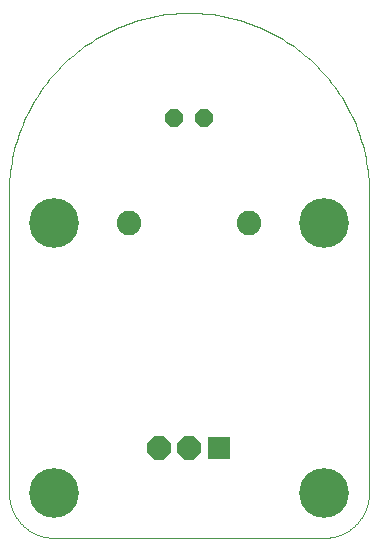
<source format=gbs>
G75*
%MOIN*%
%OFA0B0*%
%FSLAX25Y25*%
%IPPOS*%
%LPD*%
%AMOC8*
5,1,8,0,0,1.08239X$1,22.5*
%
%ADD10OC8,0.06000*%
%ADD11C,0.08200*%
%ADD12C,0.16611*%
%ADD13C,0.00000*%
%ADD14OC8,0.07800*%
%ADD15R,0.07800X0.07800*%
D10*
X0056500Y0141500D03*
X0066500Y0141500D03*
D11*
X0081500Y0106500D03*
X0041500Y0106500D03*
D12*
X0016500Y0106500D03*
X0016500Y0016500D03*
X0106500Y0016500D03*
X0106500Y0106500D03*
D13*
X0001500Y0116500D02*
X0001500Y0016500D01*
X0001504Y0016138D01*
X0001518Y0015775D01*
X0001539Y0015413D01*
X0001570Y0015052D01*
X0001609Y0014692D01*
X0001657Y0014333D01*
X0001714Y0013975D01*
X0001779Y0013618D01*
X0001853Y0013263D01*
X0001936Y0012910D01*
X0002027Y0012559D01*
X0002126Y0012211D01*
X0002234Y0011865D01*
X0002350Y0011521D01*
X0002475Y0011181D01*
X0002607Y0010844D01*
X0002748Y0010510D01*
X0002897Y0010179D01*
X0003054Y0009852D01*
X0003218Y0009529D01*
X0003390Y0009210D01*
X0003570Y0008896D01*
X0003758Y0008585D01*
X0003953Y0008280D01*
X0004155Y0007979D01*
X0004365Y0007683D01*
X0004581Y0007393D01*
X0004805Y0007107D01*
X0005035Y0006827D01*
X0005272Y0006553D01*
X0005516Y0006285D01*
X0005766Y0006022D01*
X0006022Y0005766D01*
X0006285Y0005516D01*
X0006553Y0005272D01*
X0006827Y0005035D01*
X0007107Y0004805D01*
X0007393Y0004581D01*
X0007683Y0004365D01*
X0007979Y0004155D01*
X0008280Y0003953D01*
X0008585Y0003758D01*
X0008896Y0003570D01*
X0009210Y0003390D01*
X0009529Y0003218D01*
X0009852Y0003054D01*
X0010179Y0002897D01*
X0010510Y0002748D01*
X0010844Y0002607D01*
X0011181Y0002475D01*
X0011521Y0002350D01*
X0011865Y0002234D01*
X0012211Y0002126D01*
X0012559Y0002027D01*
X0012910Y0001936D01*
X0013263Y0001853D01*
X0013618Y0001779D01*
X0013975Y0001714D01*
X0014333Y0001657D01*
X0014692Y0001609D01*
X0015052Y0001570D01*
X0015413Y0001539D01*
X0015775Y0001518D01*
X0016138Y0001504D01*
X0016500Y0001500D01*
X0106500Y0001500D01*
X0106862Y0001504D01*
X0107225Y0001518D01*
X0107587Y0001539D01*
X0107948Y0001570D01*
X0108308Y0001609D01*
X0108667Y0001657D01*
X0109025Y0001714D01*
X0109382Y0001779D01*
X0109737Y0001853D01*
X0110090Y0001936D01*
X0110441Y0002027D01*
X0110789Y0002126D01*
X0111135Y0002234D01*
X0111479Y0002350D01*
X0111819Y0002475D01*
X0112156Y0002607D01*
X0112490Y0002748D01*
X0112821Y0002897D01*
X0113148Y0003054D01*
X0113471Y0003218D01*
X0113790Y0003390D01*
X0114104Y0003570D01*
X0114415Y0003758D01*
X0114720Y0003953D01*
X0115021Y0004155D01*
X0115317Y0004365D01*
X0115607Y0004581D01*
X0115893Y0004805D01*
X0116173Y0005035D01*
X0116447Y0005272D01*
X0116715Y0005516D01*
X0116978Y0005766D01*
X0117234Y0006022D01*
X0117484Y0006285D01*
X0117728Y0006553D01*
X0117965Y0006827D01*
X0118195Y0007107D01*
X0118419Y0007393D01*
X0118635Y0007683D01*
X0118845Y0007979D01*
X0119047Y0008280D01*
X0119242Y0008585D01*
X0119430Y0008896D01*
X0119610Y0009210D01*
X0119782Y0009529D01*
X0119946Y0009852D01*
X0120103Y0010179D01*
X0120252Y0010510D01*
X0120393Y0010844D01*
X0120525Y0011181D01*
X0120650Y0011521D01*
X0120766Y0011865D01*
X0120874Y0012211D01*
X0120973Y0012559D01*
X0121064Y0012910D01*
X0121147Y0013263D01*
X0121221Y0013618D01*
X0121286Y0013975D01*
X0121343Y0014333D01*
X0121391Y0014692D01*
X0121430Y0015052D01*
X0121461Y0015413D01*
X0121482Y0015775D01*
X0121496Y0016138D01*
X0121500Y0016500D01*
X0121500Y0116500D01*
X0121482Y0117961D01*
X0121429Y0119421D01*
X0121340Y0120880D01*
X0121216Y0122336D01*
X0121056Y0123788D01*
X0120861Y0125236D01*
X0120630Y0126679D01*
X0120365Y0128116D01*
X0120065Y0129546D01*
X0119730Y0130968D01*
X0119360Y0132382D01*
X0118956Y0133786D01*
X0118518Y0135180D01*
X0118046Y0136563D01*
X0117541Y0137934D01*
X0117002Y0139292D01*
X0116431Y0140637D01*
X0115827Y0141967D01*
X0115191Y0143283D01*
X0114523Y0144582D01*
X0113823Y0145865D01*
X0113092Y0147130D01*
X0112331Y0148378D01*
X0111540Y0149606D01*
X0110719Y0150815D01*
X0109869Y0152003D01*
X0108990Y0153170D01*
X0108083Y0154316D01*
X0107148Y0155439D01*
X0106186Y0156539D01*
X0105198Y0157615D01*
X0104184Y0158667D01*
X0103144Y0159694D01*
X0102080Y0160695D01*
X0100992Y0161671D01*
X0099880Y0162619D01*
X0098746Y0163540D01*
X0097589Y0164433D01*
X0096412Y0165297D01*
X0095213Y0166133D01*
X0093994Y0166939D01*
X0092756Y0167716D01*
X0091500Y0168462D01*
X0090226Y0169177D01*
X0088935Y0169861D01*
X0087627Y0170513D01*
X0086304Y0171133D01*
X0084966Y0171721D01*
X0083615Y0172276D01*
X0082250Y0172798D01*
X0080873Y0173286D01*
X0079484Y0173741D01*
X0078085Y0174162D01*
X0076676Y0174549D01*
X0075258Y0174901D01*
X0073832Y0175219D01*
X0072398Y0175502D01*
X0070958Y0175750D01*
X0069513Y0175963D01*
X0068062Y0176140D01*
X0066608Y0176282D01*
X0065151Y0176389D01*
X0063691Y0176460D01*
X0062231Y0176496D01*
X0060769Y0176496D01*
X0059309Y0176460D01*
X0057849Y0176389D01*
X0056392Y0176282D01*
X0054938Y0176140D01*
X0053487Y0175963D01*
X0052042Y0175750D01*
X0050602Y0175502D01*
X0049168Y0175219D01*
X0047742Y0174901D01*
X0046324Y0174549D01*
X0044915Y0174162D01*
X0043516Y0173741D01*
X0042127Y0173286D01*
X0040750Y0172798D01*
X0039385Y0172276D01*
X0038034Y0171721D01*
X0036696Y0171133D01*
X0035373Y0170513D01*
X0034065Y0169861D01*
X0032774Y0169177D01*
X0031500Y0168462D01*
X0030244Y0167716D01*
X0029006Y0166939D01*
X0027787Y0166133D01*
X0026588Y0165297D01*
X0025411Y0164433D01*
X0024254Y0163540D01*
X0023120Y0162619D01*
X0022008Y0161671D01*
X0020920Y0160695D01*
X0019856Y0159694D01*
X0018816Y0158667D01*
X0017802Y0157615D01*
X0016814Y0156539D01*
X0015852Y0155439D01*
X0014917Y0154316D01*
X0014010Y0153170D01*
X0013131Y0152003D01*
X0012281Y0150815D01*
X0011460Y0149606D01*
X0010669Y0148378D01*
X0009908Y0147130D01*
X0009177Y0145865D01*
X0008477Y0144582D01*
X0007809Y0143283D01*
X0007173Y0141967D01*
X0006569Y0140637D01*
X0005998Y0139292D01*
X0005459Y0137934D01*
X0004954Y0136563D01*
X0004482Y0135180D01*
X0004044Y0133786D01*
X0003640Y0132382D01*
X0003270Y0130968D01*
X0002935Y0129546D01*
X0002635Y0128116D01*
X0002370Y0126679D01*
X0002139Y0125236D01*
X0001944Y0123788D01*
X0001784Y0122336D01*
X0001660Y0120880D01*
X0001571Y0119421D01*
X0001518Y0117961D01*
X0001500Y0116500D01*
D14*
X0051500Y0031500D03*
X0061500Y0031500D03*
D15*
X0071500Y0031500D03*
M02*

</source>
